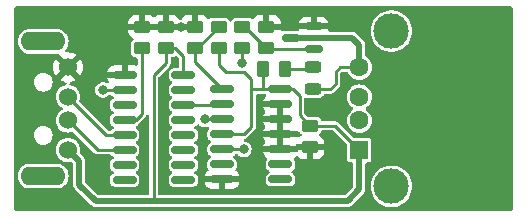
<source format=gbr>
%TF.GenerationSoftware,KiCad,Pcbnew,7.0.2*%
%TF.CreationDate,2023-05-26T00:25:00+02:00*%
%TF.ProjectId,usb-power-stick,7573622d-706f-4776-9572-2d737469636b,rev?*%
%TF.SameCoordinates,Original*%
%TF.FileFunction,Copper,L1,Top*%
%TF.FilePolarity,Positive*%
%FSLAX46Y46*%
G04 Gerber Fmt 4.6, Leading zero omitted, Abs format (unit mm)*
G04 Created by KiCad (PCBNEW 7.0.2) date 2023-05-26 00:25:00*
%MOMM*%
%LPD*%
G01*
G04 APERTURE LIST*
G04 Aperture macros list*
%AMRoundRect*
0 Rectangle with rounded corners*
0 $1 Rounding radius*
0 $2 $3 $4 $5 $6 $7 $8 $9 X,Y pos of 4 corners*
0 Add a 4 corners polygon primitive as box body*
4,1,4,$2,$3,$4,$5,$6,$7,$8,$9,$2,$3,0*
0 Add four circle primitives for the rounded corners*
1,1,$1+$1,$2,$3*
1,1,$1+$1,$4,$5*
1,1,$1+$1,$6,$7*
1,1,$1+$1,$8,$9*
0 Add four rect primitives between the rounded corners*
20,1,$1+$1,$2,$3,$4,$5,0*
20,1,$1+$1,$4,$5,$6,$7,0*
20,1,$1+$1,$6,$7,$8,$9,0*
20,1,$1+$1,$8,$9,$2,$3,0*%
G04 Aperture macros list end*
%TA.AperFunction,ComponentPad*%
%ADD10R,1.500000X1.600000*%
%TD*%
%TA.AperFunction,ComponentPad*%
%ADD11C,1.600000*%
%TD*%
%TA.AperFunction,ComponentPad*%
%ADD12C,3.000000*%
%TD*%
%TA.AperFunction,SMDPad,CuDef*%
%ADD13RoundRect,0.250000X0.450000X-0.262500X0.450000X0.262500X-0.450000X0.262500X-0.450000X-0.262500X0*%
%TD*%
%TA.AperFunction,SMDPad,CuDef*%
%ADD14RoundRect,0.250000X-0.450000X0.262500X-0.450000X-0.262500X0.450000X-0.262500X0.450000X0.262500X0*%
%TD*%
%TA.AperFunction,SMDPad,CuDef*%
%ADD15RoundRect,0.243750X0.456250X-0.243750X0.456250X0.243750X-0.456250X0.243750X-0.456250X-0.243750X0*%
%TD*%
%TA.AperFunction,ComponentPad*%
%ADD16C,1.524000*%
%TD*%
%TA.AperFunction,ComponentPad*%
%ADD17O,3.800000X1.600000*%
%TD*%
%TA.AperFunction,SMDPad,CuDef*%
%ADD18RoundRect,0.250000X-0.262500X-0.450000X0.262500X-0.450000X0.262500X0.450000X-0.262500X0.450000X0*%
%TD*%
%TA.AperFunction,SMDPad,CuDef*%
%ADD19RoundRect,0.150000X-0.825000X-0.150000X0.825000X-0.150000X0.825000X0.150000X-0.825000X0.150000X0*%
%TD*%
%TA.AperFunction,SMDPad,CuDef*%
%ADD20RoundRect,0.150000X0.587500X0.150000X-0.587500X0.150000X-0.587500X-0.150000X0.587500X-0.150000X0*%
%TD*%
%TA.AperFunction,ViaPad*%
%ADD21C,0.800000*%
%TD*%
%TA.AperFunction,Conductor*%
%ADD22C,0.250000*%
%TD*%
%TA.AperFunction,Conductor*%
%ADD23C,0.500000*%
%TD*%
G04 APERTURE END LIST*
D10*
%TO.P,J2,1,VBUS*%
%TO.N,Net-(C1-Pad1)*%
X153146000Y-115316000D03*
D11*
%TO.P,J2,2,D-*%
%TO.N,unconnected-(J2-Pad2)*%
X153146000Y-112816000D03*
%TO.P,J2,3,D+*%
%TO.N,unconnected-(J2-Pad3)*%
X153146000Y-110816000D03*
%TO.P,J2,4,GND*%
%TO.N,Net-(J2-Pad4)*%
X153146000Y-108316000D03*
D12*
%TO.P,J2,5,Shield*%
%TO.N,unconnected-(J2-Pad5)*%
X155856000Y-118386000D03*
X155856000Y-105246000D03*
%TD*%
D13*
%TO.P,C2,1*%
%TO.N,Net-(C2-Pad1)*%
X134747000Y-106703500D03*
%TO.P,C2,2*%
%TO.N,GND*%
X134747000Y-104878500D03*
%TD*%
D14*
%TO.P,C3,1*%
%TO.N,Net-(C1-Pad1)*%
X148971000Y-113260500D03*
%TO.P,C3,2*%
%TO.N,GND*%
X148971000Y-115085500D03*
%TD*%
D13*
%TO.P,R3,1*%
%TO.N,Net-(Q1-Pad1)*%
X145282500Y-106703500D03*
%TO.P,R3,2*%
%TO.N,GND*%
X145282500Y-104878500D03*
%TD*%
D14*
%TO.P,C4,1*%
%TO.N,GND*%
X139192000Y-104878500D03*
%TO.P,C4,2*%
%TO.N,Net-(U2-Pad1)*%
X139192000Y-106703500D03*
%TD*%
D15*
%TO.P,D1,1,K*%
%TO.N,Net-(J2-Pad4)*%
X149225000Y-110157500D03*
%TO.P,D1,2,A*%
%TO.N,Net-(R4-Pad2)*%
X149225000Y-108282500D03*
%TD*%
D16*
%TO.P,J1,1,VBUS*%
%TO.N,Net-(C1-Pad1)*%
X128475000Y-115316000D03*
%TO.P,J1,2,D-*%
%TO.N,Net-(J1-Pad2)*%
X128475000Y-112816000D03*
%TO.P,J1,3,D+*%
%TO.N,Net-(J1-Pad3)*%
X128475000Y-110816000D03*
%TO.P,J1,4,GND*%
%TO.N,GND*%
X128475000Y-108316000D03*
D17*
%TO.P,J1,5,Shield*%
%TO.N,unconnected-(J1-Pad5)*%
X126375000Y-106116000D03*
X126375000Y-117516000D03*
%TD*%
D13*
%TO.P,R2,1*%
%TO.N,Net-(R2-Pad1)*%
X143250500Y-106703500D03*
%TO.P,R2,2*%
%TO.N,Net-(Q1-Pad1)*%
X143250500Y-104878500D03*
%TD*%
%TO.P,C1,1*%
%TO.N,Net-(C1-Pad1)*%
X136779000Y-106703500D03*
%TO.P,C1,2*%
%TO.N,GND*%
X136779000Y-104878500D03*
%TD*%
D18*
%TO.P,R4,1*%
%TO.N,Net-(C1-Pad1)*%
X145010500Y-108458000D03*
%TO.P,R4,2*%
%TO.N,Net-(R4-Pad2)*%
X146835500Y-108458000D03*
%TD*%
D13*
%TO.P,R1,1*%
%TO.N,Net-(C1-Pad1)*%
X141224000Y-106703500D03*
%TO.P,R1,2*%
%TO.N,Net-(U2-Pad1)*%
X141224000Y-104878500D03*
%TD*%
D19*
%TO.P,U2,1,~{R}*%
%TO.N,Net-(U2-Pad1)*%
X141517000Y-110180000D03*
%TO.P,U2,2,D*%
%TO.N,Net-(U1-Pad14)*%
X141517000Y-111450000D03*
%TO.P,U2,3,C*%
%TO.N,Net-(U1-Pad2)*%
X141517000Y-112720000D03*
%TO.P,U2,4,~{S}*%
%TO.N,Net-(C1-Pad1)*%
X141517000Y-113990000D03*
%TO.P,U2,5,Q*%
%TO.N,Net-(R2-Pad1)*%
X141517000Y-115260000D03*
%TO.P,U2,6,~{Q}*%
%TO.N,unconnected-(U2-Pad6)*%
X141517000Y-116530000D03*
%TO.P,U2,7,GND*%
%TO.N,GND*%
X141517000Y-117800000D03*
%TO.P,U2,8,~{Q}*%
%TO.N,unconnected-(U2-Pad8)*%
X146467000Y-117800000D03*
%TO.P,U2,9,Q*%
%TO.N,unconnected-(U2-Pad9)*%
X146467000Y-116530000D03*
%TO.P,U2,10,~{S}*%
%TO.N,GND*%
X146467000Y-115260000D03*
%TO.P,U2,11,C*%
X146467000Y-113990000D03*
%TO.P,U2,12,D*%
X146467000Y-112720000D03*
%TO.P,U2,13,~{R}*%
X146467000Y-111450000D03*
%TO.P,U2,14,VCC*%
%TO.N,Net-(C1-Pad1)*%
X146467000Y-110180000D03*
%TD*%
%TO.P,U1,1,GND*%
%TO.N,GND*%
X133288000Y-108966000D03*
%TO.P,U1,2,TXD*%
%TO.N,Net-(U1-Pad2)*%
X133288000Y-110236000D03*
%TO.P,U1,3,RXD*%
%TO.N,unconnected-(U1-Pad3)*%
X133288000Y-111506000D03*
%TO.P,U1,4,V3*%
%TO.N,Net-(C2-Pad1)*%
X133288000Y-112776000D03*
%TO.P,U1,5,UD+*%
%TO.N,Net-(J1-Pad3)*%
X133288000Y-114046000D03*
%TO.P,U1,6,UD-*%
%TO.N,Net-(J1-Pad2)*%
X133288000Y-115316000D03*
%TO.P,U1,7,NC*%
%TO.N,unconnected-(U1-Pad7)*%
X133288000Y-116586000D03*
%TO.P,U1,8,NC*%
%TO.N,unconnected-(U1-Pad8)*%
X133288000Y-117856000D03*
%TO.P,U1,9,~{CTS}*%
%TO.N,unconnected-(U1-Pad9)*%
X138238000Y-117856000D03*
%TO.P,U1,10,~{DSR}*%
%TO.N,unconnected-(U1-Pad10)*%
X138238000Y-116586000D03*
%TO.P,U1,11,~{RI}*%
%TO.N,unconnected-(U1-Pad11)*%
X138238000Y-115316000D03*
%TO.P,U1,12,~{DCD}*%
%TO.N,unconnected-(U1-Pad12)*%
X138238000Y-114046000D03*
%TO.P,U1,13,~{DTR}*%
%TO.N,unconnected-(U1-Pad13)*%
X138238000Y-112776000D03*
%TO.P,U1,14,~{RTS}*%
%TO.N,Net-(U1-Pad14)*%
X138238000Y-111506000D03*
%TO.P,U1,15,R232*%
%TO.N,unconnected-(U1-Pad15)*%
X138238000Y-110236000D03*
%TO.P,U1,16,VCC*%
%TO.N,Net-(C1-Pad1)*%
X138238000Y-108966000D03*
%TD*%
D20*
%TO.P,Q1,1,G*%
%TO.N,Net-(Q1-Pad1)*%
X149273500Y-106741000D03*
%TO.P,Q1,2,S*%
%TO.N,GND*%
X149273500Y-104841000D03*
%TO.P,Q1,3,D*%
%TO.N,Net-(J2-Pad4)*%
X147398500Y-105791000D03*
%TD*%
D21*
%TO.N,GND*%
X144500000Y-116530000D03*
X131445000Y-108966000D03*
X132969000Y-104902000D03*
X144500000Y-115260000D03*
X143357000Y-117800000D03*
X138049000Y-104902000D03*
X147066000Y-104775000D03*
X143357000Y-116530000D03*
X150114000Y-116586000D03*
X148971000Y-117856000D03*
X144500000Y-117800000D03*
%TO.N,Net-(U1-Pad2)*%
X131445000Y-110236000D03*
X140055000Y-112720000D03*
%TO.N,Net-(R2-Pad1)*%
X143230000Y-107950000D03*
X143357000Y-115260000D03*
%TD*%
D22*
%TO.N,Net-(C1-Pad1)*%
X145010500Y-110132500D02*
X144963000Y-110180000D01*
D23*
X152146000Y-119634000D02*
X153146000Y-118634000D01*
D22*
X153146000Y-115316000D02*
X151090500Y-113260500D01*
X141517000Y-113990000D02*
X143357000Y-113990000D01*
X143992000Y-109321000D02*
X143383000Y-108712000D01*
X136779000Y-106703500D02*
X136779000Y-107950000D01*
D23*
X153146000Y-118634000D02*
X153146000Y-115316000D01*
D22*
X143383000Y-108712000D02*
X141859000Y-108712000D01*
X147518000Y-110180000D02*
X148082000Y-110744000D01*
X137564500Y-106703500D02*
X138238000Y-107377000D01*
X143992000Y-113355000D02*
X143992000Y-110180000D01*
X148082000Y-110744000D02*
X148082000Y-112371500D01*
X135737000Y-108992000D02*
X135737000Y-119578000D01*
X138238000Y-107377000D02*
X138238000Y-108966000D01*
X136779000Y-106703500D02*
X137564500Y-106703500D01*
D23*
X129413000Y-116254000D02*
X129413000Y-118237000D01*
D22*
X143992000Y-110180000D02*
X144963000Y-110180000D01*
D23*
X130810000Y-119634000D02*
X152146000Y-119634000D01*
D22*
X141859000Y-108712000D02*
X141224000Y-108077000D01*
X136779000Y-107950000D02*
X135737000Y-108992000D01*
D23*
X129413000Y-118237000D02*
X130810000Y-119634000D01*
D22*
X148082000Y-112371500D02*
X148971000Y-113260500D01*
D23*
X128475000Y-115316000D02*
X129413000Y-116254000D01*
D22*
X143357000Y-113990000D02*
X143992000Y-113355000D01*
X146467000Y-110180000D02*
X147518000Y-110180000D01*
X141224000Y-108077000D02*
X141224000Y-106703500D01*
X144963000Y-110180000D02*
X146467000Y-110180000D01*
X143992000Y-110180000D02*
X143992000Y-109321000D01*
X151090500Y-113260500D02*
X148971000Y-113260500D01*
X145010500Y-108458000D02*
X145010500Y-110132500D01*
%TO.N,Net-(C2-Pad1)*%
X134747000Y-106703500D02*
X134747000Y-112268000D01*
X134239000Y-112776000D02*
X133288000Y-112776000D01*
X134747000Y-112268000D02*
X134239000Y-112776000D01*
%TO.N,Net-(J1-Pad2)*%
X133288000Y-115316000D02*
X130975000Y-115316000D01*
X130975000Y-115316000D02*
X128475000Y-112816000D01*
%TO.N,Net-(J1-Pad3)*%
X133288000Y-114046000D02*
X131705000Y-114046000D01*
X131705000Y-114046000D02*
X128475000Y-110816000D01*
D23*
%TO.N,Net-(J2-Pad4)*%
X152527000Y-105791000D02*
X147398500Y-105791000D01*
D22*
X151526000Y-108316000D02*
X153146000Y-108316000D01*
X151130000Y-108712000D02*
X151526000Y-108316000D01*
X151130000Y-109728000D02*
X151130000Y-108712000D01*
X150700500Y-110157500D02*
X151130000Y-109728000D01*
D23*
X153146000Y-108316000D02*
X153146000Y-106410000D01*
X153146000Y-106410000D02*
X152527000Y-105791000D01*
D22*
X149225000Y-110157500D02*
X150700500Y-110157500D01*
%TO.N,Net-(Q1-Pad1)*%
X143457500Y-104878500D02*
X145282500Y-106703500D01*
X149273500Y-106741000D02*
X145320000Y-106741000D01*
%TO.N,Net-(U2-Pad1)*%
X139399000Y-106703500D02*
X141224000Y-104878500D01*
X141517000Y-110180000D02*
X139192000Y-107855000D01*
X139192000Y-107855000D02*
X139192000Y-106703500D01*
%TO.N,Net-(U1-Pad2)*%
X141517000Y-112720000D02*
X140055000Y-112720000D01*
X133288000Y-110236000D02*
X131445000Y-110236000D01*
%TO.N,Net-(U1-Pad14)*%
X138238000Y-111506000D02*
X140692500Y-111506000D01*
%TO.N,Net-(R2-Pad1)*%
X143230000Y-107950000D02*
X143230000Y-106724000D01*
X143357000Y-115260000D02*
X141517000Y-115260000D01*
%TO.N,Net-(R4-Pad2)*%
X146835500Y-108458000D02*
X149049500Y-108458000D01*
%TD*%
%TA.AperFunction,Conductor*%
%TO.N,GND*%
G36*
X137672955Y-107355866D02*
G01*
X137701665Y-107377359D01*
X137821595Y-107497289D01*
X137855621Y-107559601D01*
X137858500Y-107586384D01*
X137858500Y-108285500D01*
X137838498Y-108353621D01*
X137784842Y-108400114D01*
X137732500Y-108411500D01*
X137381166Y-108411500D01*
X137333805Y-108419000D01*
X137286444Y-108426502D01*
X137172274Y-108484675D01*
X137081675Y-108575274D01*
X137023502Y-108689444D01*
X137020416Y-108708930D01*
X137008500Y-108784166D01*
X137008500Y-109147834D01*
X137019372Y-109216478D01*
X137023502Y-109242555D01*
X137081675Y-109356725D01*
X137172274Y-109447324D01*
X137172276Y-109447325D01*
X137172277Y-109447326D01*
X137238952Y-109481299D01*
X137253542Y-109488733D01*
X137305157Y-109537482D01*
X137322223Y-109606397D01*
X137299322Y-109673598D01*
X137253542Y-109713267D01*
X137172274Y-109754675D01*
X137081675Y-109845274D01*
X137023502Y-109959444D01*
X137022349Y-109966722D01*
X137008500Y-110054166D01*
X137008500Y-110417834D01*
X137008893Y-110420313D01*
X137023502Y-110512555D01*
X137081675Y-110626725D01*
X137172274Y-110717324D01*
X137172276Y-110717325D01*
X137172277Y-110717326D01*
X137205983Y-110734500D01*
X137253542Y-110758733D01*
X137305157Y-110807482D01*
X137322223Y-110876397D01*
X137299322Y-110943598D01*
X137253542Y-110983267D01*
X137172274Y-111024675D01*
X137081675Y-111115274D01*
X137023502Y-111229444D01*
X137023501Y-111229445D01*
X137023502Y-111229445D01*
X137008500Y-111324166D01*
X137008500Y-111687834D01*
X137011200Y-111704879D01*
X137023502Y-111782555D01*
X137081675Y-111896725D01*
X137172274Y-111987324D01*
X137172276Y-111987325D01*
X137172277Y-111987326D01*
X137205983Y-112004500D01*
X137253542Y-112028733D01*
X137305157Y-112077482D01*
X137322223Y-112146397D01*
X137299322Y-112213598D01*
X137253542Y-112253267D01*
X137172274Y-112294675D01*
X137081675Y-112385274D01*
X137023502Y-112499444D01*
X137021179Y-112514114D01*
X137008500Y-112594166D01*
X137008500Y-112957834D01*
X137011297Y-112975494D01*
X137023502Y-113052555D01*
X137081675Y-113166725D01*
X137172274Y-113257324D01*
X137172276Y-113257325D01*
X137172277Y-113257326D01*
X137221491Y-113282402D01*
X137253542Y-113298733D01*
X137305157Y-113347482D01*
X137322223Y-113416397D01*
X137299322Y-113483598D01*
X137253542Y-113523267D01*
X137172274Y-113564675D01*
X137081675Y-113655274D01*
X137023502Y-113769444D01*
X137023501Y-113769445D01*
X137023502Y-113769445D01*
X137008500Y-113864166D01*
X137008500Y-114227834D01*
X137019526Y-114297453D01*
X137023502Y-114322555D01*
X137081675Y-114436725D01*
X137172274Y-114527324D01*
X137172276Y-114527325D01*
X137172277Y-114527326D01*
X137205983Y-114544500D01*
X137253542Y-114568733D01*
X137305157Y-114617482D01*
X137322223Y-114686397D01*
X137299322Y-114753598D01*
X137253542Y-114793267D01*
X137172274Y-114834675D01*
X137081675Y-114925274D01*
X137023502Y-115039444D01*
X137023501Y-115039445D01*
X137023502Y-115039445D01*
X137008500Y-115134166D01*
X137008500Y-115497834D01*
X137013218Y-115527620D01*
X137023502Y-115592555D01*
X137081675Y-115706725D01*
X137172274Y-115797324D01*
X137172276Y-115797325D01*
X137172277Y-115797326D01*
X137205983Y-115814500D01*
X137253542Y-115838733D01*
X137305157Y-115887482D01*
X137322223Y-115956397D01*
X137299322Y-116023598D01*
X137253542Y-116063267D01*
X137172274Y-116104675D01*
X137081675Y-116195274D01*
X137023502Y-116309444D01*
X137008500Y-116404167D01*
X137008500Y-116767832D01*
X137023502Y-116862555D01*
X137081675Y-116976725D01*
X137172274Y-117067324D01*
X137172276Y-117067325D01*
X137172277Y-117067326D01*
X137205983Y-117084500D01*
X137253542Y-117108733D01*
X137305157Y-117157482D01*
X137322223Y-117226397D01*
X137299322Y-117293598D01*
X137253542Y-117333267D01*
X137172274Y-117374675D01*
X137081675Y-117465274D01*
X137023502Y-117579444D01*
X137023501Y-117579445D01*
X137023502Y-117579445D01*
X137008500Y-117674166D01*
X137008500Y-118037834D01*
X137019088Y-118104683D01*
X137023502Y-118132555D01*
X137081675Y-118246725D01*
X137172274Y-118337324D01*
X137172276Y-118337325D01*
X137172277Y-118337326D01*
X137286445Y-118395498D01*
X137381166Y-118410500D01*
X137381167Y-118410500D01*
X139094833Y-118410500D01*
X139094834Y-118410500D01*
X139189555Y-118395498D01*
X139303723Y-118337326D01*
X139394326Y-118246723D01*
X139452498Y-118132555D01*
X139464940Y-118054000D01*
X140037007Y-118054000D01*
X140083318Y-118213399D01*
X140167947Y-118356501D01*
X140285498Y-118474052D01*
X140428600Y-118558681D01*
X140588247Y-118605064D01*
X140623084Y-118607806D01*
X140628013Y-118607999D01*
X141263000Y-118607999D01*
X141263000Y-118054000D01*
X141771000Y-118054000D01*
X141771000Y-118607999D01*
X142405983Y-118607999D01*
X142410917Y-118607805D01*
X142445752Y-118605064D01*
X142605398Y-118558682D01*
X142748501Y-118474052D01*
X142866052Y-118356501D01*
X142950681Y-118213399D01*
X142996993Y-118054000D01*
X141771000Y-118054000D01*
X141263000Y-118054000D01*
X140037007Y-118054000D01*
X139464940Y-118054000D01*
X139467500Y-118037834D01*
X139467500Y-117674166D01*
X139452498Y-117579445D01*
X139394326Y-117465277D01*
X139394325Y-117465276D01*
X139394324Y-117465274D01*
X139303725Y-117374675D01*
X139300422Y-117372992D01*
X139222455Y-117333266D01*
X139170842Y-117284519D01*
X139153776Y-117215604D01*
X139176677Y-117148402D01*
X139222455Y-117108734D01*
X139303723Y-117067326D01*
X139394326Y-116976723D01*
X139452498Y-116862555D01*
X139467500Y-116767834D01*
X139467500Y-116404166D01*
X139452498Y-116309445D01*
X139394326Y-116195277D01*
X139394325Y-116195276D01*
X139394324Y-116195274D01*
X139303725Y-116104675D01*
X139276502Y-116090804D01*
X139222455Y-116063266D01*
X139170842Y-116014519D01*
X139153776Y-115945604D01*
X139176677Y-115878402D01*
X139222455Y-115838734D01*
X139303723Y-115797326D01*
X139394326Y-115706723D01*
X139452498Y-115592555D01*
X139467500Y-115497834D01*
X139467500Y-115134166D01*
X139452498Y-115039445D01*
X139394326Y-114925277D01*
X139394325Y-114925276D01*
X139394324Y-114925274D01*
X139303725Y-114834675D01*
X139297494Y-114831500D01*
X139222455Y-114793266D01*
X139170842Y-114744519D01*
X139153776Y-114675604D01*
X139176677Y-114608402D01*
X139222455Y-114568734D01*
X139303723Y-114527326D01*
X139394326Y-114436723D01*
X139452498Y-114322555D01*
X139467500Y-114227834D01*
X139467500Y-113864166D01*
X139452498Y-113769445D01*
X139394326Y-113655277D01*
X139394325Y-113655276D01*
X139394324Y-113655274D01*
X139303725Y-113564675D01*
X139300422Y-113562992D01*
X139222455Y-113523266D01*
X139170842Y-113474519D01*
X139153776Y-113405604D01*
X139176677Y-113338402D01*
X139222455Y-113298734D01*
X139303723Y-113257326D01*
X139394039Y-113167009D01*
X139456349Y-113132986D01*
X139527165Y-113138050D01*
X139566685Y-113161792D01*
X139680471Y-113262599D01*
X139821207Y-113336463D01*
X139975529Y-113374500D01*
X139975531Y-113374500D01*
X140134472Y-113374500D01*
X140166120Y-113366699D01*
X140288793Y-113336463D01*
X140288796Y-113336461D01*
X140294116Y-113335150D01*
X140365044Y-113338268D01*
X140423027Y-113379237D01*
X140449656Y-113445051D01*
X140436475Y-113514813D01*
X140413367Y-113546583D01*
X140360674Y-113599276D01*
X140302502Y-113713444D01*
X140301152Y-113721967D01*
X140287500Y-113808166D01*
X140287500Y-114171834D01*
X140299129Y-114245257D01*
X140302502Y-114266555D01*
X140360675Y-114380725D01*
X140451274Y-114471324D01*
X140451276Y-114471325D01*
X140451277Y-114471326D01*
X140489754Y-114490931D01*
X140532542Y-114512733D01*
X140584157Y-114561482D01*
X140601223Y-114630397D01*
X140578322Y-114697598D01*
X140532542Y-114737267D01*
X140451274Y-114778675D01*
X140360675Y-114869274D01*
X140302502Y-114983444D01*
X140302501Y-114983445D01*
X140302502Y-114983445D01*
X140287500Y-115078166D01*
X140287500Y-115441834D01*
X140298930Y-115514000D01*
X140302502Y-115536555D01*
X140360675Y-115650725D01*
X140451274Y-115741324D01*
X140451276Y-115741325D01*
X140451277Y-115741326D01*
X140523430Y-115778090D01*
X140532542Y-115782733D01*
X140584157Y-115831482D01*
X140601223Y-115900397D01*
X140578322Y-115967598D01*
X140532542Y-116007267D01*
X140451274Y-116048675D01*
X140360675Y-116139274D01*
X140302502Y-116253444D01*
X140296656Y-116290358D01*
X140292223Y-116318349D01*
X140287500Y-116348167D01*
X140287500Y-116711832D01*
X140302502Y-116806555D01*
X140369734Y-116938504D01*
X140365326Y-116940749D01*
X140380859Y-116969195D01*
X140375794Y-117040010D01*
X140333247Y-117096846D01*
X140321879Y-117104430D01*
X140285501Y-117125944D01*
X140167947Y-117243498D01*
X140083318Y-117386600D01*
X140037007Y-117546000D01*
X142996992Y-117546000D01*
X142950681Y-117386600D01*
X142866052Y-117243498D01*
X142748499Y-117125945D01*
X142712121Y-117104431D01*
X142663669Y-117052538D01*
X142650964Y-116982687D01*
X142668336Y-116940577D01*
X142664266Y-116938504D01*
X142703095Y-116862298D01*
X142731498Y-116806555D01*
X142746500Y-116711834D01*
X142746500Y-116348166D01*
X142731498Y-116253445D01*
X142673326Y-116139277D01*
X142673325Y-116139276D01*
X142673324Y-116139274D01*
X142582725Y-116048675D01*
X142549017Y-116031500D01*
X142501455Y-116007266D01*
X142449842Y-115958519D01*
X142432776Y-115889604D01*
X142455677Y-115822402D01*
X142501455Y-115782734D01*
X142582723Y-115741326D01*
X142608547Y-115715502D01*
X142647645Y-115676405D01*
X142709957Y-115642379D01*
X142736740Y-115639500D01*
X142757544Y-115639500D01*
X142825665Y-115659502D01*
X142861238Y-115693921D01*
X142863502Y-115697201D01*
X142982471Y-115802599D01*
X143123207Y-115876463D01*
X143277529Y-115914500D01*
X143277531Y-115914500D01*
X143436469Y-115914500D01*
X143436471Y-115914500D01*
X143590793Y-115876463D01*
X143731529Y-115802599D01*
X143850498Y-115697201D01*
X143940787Y-115566395D01*
X143960658Y-115514000D01*
X144987007Y-115514000D01*
X145033318Y-115673399D01*
X145117947Y-115816501D01*
X145235501Y-115934055D01*
X145271877Y-115955568D01*
X145320330Y-116007461D01*
X145333035Y-116077311D01*
X145315662Y-116119421D01*
X145319734Y-116121496D01*
X145252502Y-116253444D01*
X145246656Y-116290358D01*
X145242223Y-116318349D01*
X145237500Y-116348167D01*
X145237500Y-116711832D01*
X145252502Y-116806555D01*
X145310675Y-116920725D01*
X145401274Y-117011324D01*
X145401276Y-117011325D01*
X145401277Y-117011326D01*
X145457572Y-117040010D01*
X145482542Y-117052733D01*
X145534157Y-117101482D01*
X145551223Y-117170397D01*
X145528322Y-117237598D01*
X145482542Y-117277267D01*
X145401274Y-117318675D01*
X145310675Y-117409274D01*
X145252502Y-117523444D01*
X145252501Y-117523445D01*
X145252502Y-117523445D01*
X145237500Y-117618166D01*
X145237500Y-117981834D01*
X145246369Y-118037832D01*
X145252502Y-118076555D01*
X145310675Y-118190725D01*
X145401274Y-118281324D01*
X145401276Y-118281325D01*
X145401277Y-118281326D01*
X145515445Y-118339498D01*
X145610166Y-118354500D01*
X145610167Y-118354500D01*
X147323833Y-118354500D01*
X147323834Y-118354500D01*
X147418555Y-118339498D01*
X147532723Y-118281326D01*
X147623326Y-118190723D01*
X147681498Y-118076555D01*
X147696500Y-117981834D01*
X147696500Y-117618166D01*
X147681498Y-117523445D01*
X147623326Y-117409277D01*
X147623325Y-117409276D01*
X147623324Y-117409274D01*
X147532725Y-117318675D01*
X147499017Y-117301500D01*
X147451455Y-117277266D01*
X147399842Y-117228519D01*
X147382776Y-117159604D01*
X147405677Y-117092402D01*
X147451455Y-117052734D01*
X147532723Y-117011326D01*
X147623326Y-116920723D01*
X147681498Y-116806555D01*
X147696500Y-116711834D01*
X147696500Y-116348166D01*
X147681498Y-116253445D01*
X147623326Y-116139277D01*
X147623325Y-116139276D01*
X147614266Y-116121496D01*
X147618673Y-116119250D01*
X147603140Y-116090804D01*
X147608205Y-116019989D01*
X147650752Y-115963153D01*
X147662123Y-115955567D01*
X147698497Y-115934055D01*
X147777693Y-115854859D01*
X147840005Y-115820834D01*
X147910821Y-115825898D01*
X147955884Y-115854859D01*
X148047657Y-115946632D01*
X148198477Y-116039659D01*
X148366672Y-116095393D01*
X148467307Y-116105674D01*
X148473697Y-116106000D01*
X148717000Y-116106000D01*
X148717000Y-115339500D01*
X149225000Y-115339500D01*
X149225000Y-116106000D01*
X149468303Y-116106000D01*
X149474692Y-116105674D01*
X149575327Y-116095393D01*
X149743522Y-116039659D01*
X149894342Y-115946632D01*
X150019632Y-115821342D01*
X150112659Y-115670522D01*
X150168393Y-115502327D01*
X150178674Y-115401692D01*
X150179000Y-115395302D01*
X150179000Y-115339500D01*
X149225000Y-115339500D01*
X148717000Y-115339500D01*
X147990000Y-115339500D01*
X147990000Y-115388000D01*
X147969998Y-115456121D01*
X147916342Y-115502614D01*
X147864000Y-115514000D01*
X144987007Y-115514000D01*
X143960658Y-115514000D01*
X143997149Y-115417782D01*
X144016307Y-115260000D01*
X143997149Y-115102218D01*
X143940787Y-114953605D01*
X143850498Y-114822799D01*
X143731529Y-114717401D01*
X143590793Y-114643537D01*
X143443433Y-114607216D01*
X143382081Y-114571493D01*
X143349779Y-114508270D01*
X143356787Y-114437620D01*
X143400878Y-114381974D01*
X143458000Y-114359846D01*
X143466783Y-114358752D01*
X143466787Y-114358749D01*
X143474782Y-114357753D01*
X143474842Y-114357734D01*
X143481926Y-114353900D01*
X143481927Y-114353900D01*
X143528411Y-114328742D01*
X143533043Y-114326359D01*
X143573498Y-114306582D01*
X143580568Y-114303126D01*
X143580568Y-114303125D01*
X143587807Y-114299587D01*
X143587854Y-114299552D01*
X143599855Y-114286516D01*
X143629130Y-114254713D01*
X143632713Y-114250979D01*
X143639692Y-114244000D01*
X144987007Y-114244000D01*
X145033318Y-114403399D01*
X145126048Y-114560199D01*
X145121942Y-114562627D01*
X145141376Y-114598216D01*
X145136311Y-114669031D01*
X145123827Y-114688487D01*
X145126048Y-114689801D01*
X145033318Y-114846600D01*
X144987007Y-115006000D01*
X146213000Y-115006000D01*
X146213000Y-114244000D01*
X144987007Y-114244000D01*
X143639692Y-114244000D01*
X144223276Y-113660416D01*
X144243457Y-113644029D01*
X144249133Y-113640321D01*
X144252582Y-113638068D01*
X144272202Y-113612858D01*
X144282553Y-113601141D01*
X144282553Y-113601140D01*
X144282581Y-113601113D01*
X144294811Y-113583982D01*
X144297871Y-113579879D01*
X144330375Y-113538119D01*
X144330376Y-113538114D01*
X144335327Y-113531754D01*
X144335351Y-113531709D01*
X144337651Y-113523981D01*
X144337653Y-113523979D01*
X144352750Y-113473265D01*
X144354305Y-113468409D01*
X144371500Y-113418327D01*
X144371500Y-113418324D01*
X144374113Y-113410714D01*
X144374124Y-113410633D01*
X144373791Y-113402591D01*
X144373792Y-113402590D01*
X144371608Y-113349775D01*
X144371500Y-113344569D01*
X144371500Y-112974000D01*
X144987007Y-112974000D01*
X145033318Y-113133399D01*
X145126048Y-113290199D01*
X145121942Y-113292626D01*
X145141377Y-113328217D01*
X145136312Y-113399032D01*
X145123813Y-113418479D01*
X145126048Y-113419801D01*
X145033318Y-113576600D01*
X144987007Y-113736000D01*
X146213000Y-113736000D01*
X146213000Y-112974000D01*
X144987007Y-112974000D01*
X144371500Y-112974000D01*
X144371500Y-111704000D01*
X144987007Y-111704000D01*
X145033318Y-111863399D01*
X145126048Y-112020199D01*
X145121942Y-112022626D01*
X145141377Y-112058217D01*
X145136312Y-112129032D01*
X145123813Y-112148479D01*
X145126048Y-112149801D01*
X145033318Y-112306600D01*
X144987007Y-112466000D01*
X146213000Y-112466000D01*
X146213000Y-111704000D01*
X144987007Y-111704000D01*
X144371500Y-111704000D01*
X144371500Y-110685500D01*
X144391502Y-110617379D01*
X144445158Y-110570886D01*
X144497500Y-110559500D01*
X144899673Y-110559500D01*
X144910574Y-110559500D01*
X144936431Y-110562181D01*
X144947100Y-110564419D01*
X144978796Y-110560468D01*
X144994382Y-110559500D01*
X145147756Y-110559500D01*
X145215877Y-110579502D01*
X145262370Y-110633158D01*
X145272474Y-110703432D01*
X145242980Y-110768012D01*
X145236851Y-110774595D01*
X145117947Y-110893498D01*
X145033318Y-111036600D01*
X144987007Y-111196000D01*
X146595000Y-111196000D01*
X146663121Y-111216002D01*
X146709614Y-111269658D01*
X146721000Y-111322000D01*
X146721000Y-113736000D01*
X147987180Y-113736000D01*
X148055301Y-113756002D01*
X148088049Y-113786492D01*
X148160595Y-113883404D01*
X148211106Y-113921215D01*
X148253653Y-113978051D01*
X148258719Y-114048866D01*
X148224694Y-114111179D01*
X148201745Y-114129325D01*
X148046241Y-114225241D01*
X147980094Y-114244000D01*
X146721000Y-114244000D01*
X146721000Y-115006000D01*
X147723000Y-115006000D01*
X147723000Y-114957500D01*
X147743002Y-114889379D01*
X147796658Y-114842886D01*
X147849000Y-114831500D01*
X150179000Y-114831500D01*
X150179000Y-114775697D01*
X150178674Y-114769307D01*
X150168393Y-114668672D01*
X150112659Y-114500477D01*
X150019632Y-114349657D01*
X149894342Y-114224367D01*
X149740254Y-114129325D01*
X149692776Y-114076539D01*
X149681373Y-114006464D01*
X149709665Y-113941349D01*
X149730894Y-113921215D01*
X149781403Y-113883405D01*
X149795805Y-113864166D01*
X149868342Y-113767267D01*
X149873268Y-113754061D01*
X149885239Y-113721967D01*
X149927786Y-113665131D01*
X149994306Y-113640321D01*
X150003294Y-113640000D01*
X150881116Y-113640000D01*
X150949237Y-113660002D01*
X150970211Y-113676905D01*
X152104595Y-114811289D01*
X152138621Y-114873601D01*
X152141500Y-114900384D01*
X152141500Y-116141068D01*
X152156265Y-116215300D01*
X152212515Y-116299484D01*
X152245888Y-116321783D01*
X152296699Y-116355734D01*
X152370933Y-116370500D01*
X152515500Y-116370499D01*
X152583620Y-116390501D01*
X152630113Y-116444156D01*
X152641500Y-116496499D01*
X152641500Y-118372837D01*
X152621498Y-118440958D01*
X152604596Y-118461932D01*
X151973934Y-119092595D01*
X151911621Y-119126620D01*
X151884838Y-119129500D01*
X136242500Y-119129500D01*
X136174379Y-119109498D01*
X136127886Y-119055842D01*
X136116500Y-119003500D01*
X136116500Y-109201382D01*
X136136502Y-109133261D01*
X136153400Y-109112292D01*
X137010276Y-108255416D01*
X137030457Y-108239029D01*
X137039582Y-108233068D01*
X137059202Y-108207858D01*
X137069553Y-108196141D01*
X137069553Y-108196140D01*
X137069581Y-108196113D01*
X137081811Y-108178982D01*
X137084871Y-108174879D01*
X137117375Y-108133119D01*
X137117376Y-108133114D01*
X137122327Y-108126754D01*
X137122351Y-108126709D01*
X137124651Y-108118981D01*
X137124653Y-108118979D01*
X137139750Y-108068265D01*
X137141305Y-108063409D01*
X137158500Y-108013327D01*
X137158500Y-108013324D01*
X137161113Y-108005714D01*
X137161124Y-108005633D01*
X137160791Y-107997591D01*
X137160792Y-107997590D01*
X137158608Y-107944775D01*
X137158500Y-107939569D01*
X137158500Y-107596110D01*
X137178502Y-107527989D01*
X137232158Y-107481496D01*
X137276913Y-107470499D01*
X137277254Y-107470499D01*
X137337342Y-107464040D01*
X137473267Y-107413342D01*
X137537063Y-107365585D01*
X137603581Y-107340775D01*
X137672955Y-107355866D01*
G37*
%TD.AperFunction*%
%TA.AperFunction,Conductor*%
G36*
X165997563Y-103146502D02*
G01*
X166009373Y-103155099D01*
X166077515Y-103211021D01*
X166094978Y-103228484D01*
X166150899Y-103296624D01*
X166178653Y-103361970D01*
X166179500Y-103376557D01*
X166179500Y-120255441D01*
X166159498Y-120323562D01*
X166150899Y-120335375D01*
X166094978Y-120403515D01*
X166077513Y-120420980D01*
X166009376Y-120476899D01*
X165944029Y-120504653D01*
X165929442Y-120505500D01*
X124158558Y-120505500D01*
X124090437Y-120485498D01*
X124078625Y-120476900D01*
X124078624Y-120476899D01*
X124010484Y-120420978D01*
X123993020Y-120403514D01*
X123937100Y-120335374D01*
X123909347Y-120270026D01*
X123908500Y-120255441D01*
X123908500Y-117516000D01*
X124215397Y-117516000D01*
X124235757Y-117722713D01*
X124235757Y-117722715D01*
X124235758Y-117722718D01*
X124296055Y-117921492D01*
X124296056Y-117921494D01*
X124393972Y-118104682D01*
X124525747Y-118265252D01*
X124684453Y-118395497D01*
X124686317Y-118397027D01*
X124869508Y-118494945D01*
X125068282Y-118555242D01*
X125223199Y-118570500D01*
X125226291Y-118570500D01*
X127523709Y-118570500D01*
X127526801Y-118570500D01*
X127681718Y-118555242D01*
X127880492Y-118494945D01*
X128063683Y-118397027D01*
X128224252Y-118265252D01*
X128356027Y-118104683D01*
X128453945Y-117921492D01*
X128514242Y-117722718D01*
X128534602Y-117516000D01*
X128514242Y-117309282D01*
X128453945Y-117110508D01*
X128356027Y-116927317D01*
X128350617Y-116920725D01*
X128224252Y-116766747D01*
X128063682Y-116634972D01*
X127880494Y-116537056D01*
X127880493Y-116537055D01*
X127880492Y-116537055D01*
X127681718Y-116476758D01*
X127681715Y-116476757D01*
X127681713Y-116476757D01*
X127529881Y-116461803D01*
X127529873Y-116461802D01*
X127526801Y-116461500D01*
X125223199Y-116461500D01*
X125220127Y-116461802D01*
X125220118Y-116461803D01*
X125068286Y-116476757D01*
X125068283Y-116476757D01*
X125068282Y-116476758D01*
X124869508Y-116537055D01*
X124869505Y-116537056D01*
X124686317Y-116634972D01*
X124525747Y-116766747D01*
X124393972Y-116927317D01*
X124296056Y-117110505D01*
X124235757Y-117309286D01*
X124215397Y-117516000D01*
X123908500Y-117516000D01*
X123908500Y-114066000D01*
X125569435Y-114066000D01*
X125589632Y-114245257D01*
X125649210Y-114415521D01*
X125745184Y-114568263D01*
X125872736Y-114695815D01*
X126025478Y-114791789D01*
X126138965Y-114831500D01*
X126195745Y-114851368D01*
X126330046Y-114866500D01*
X126333582Y-114866500D01*
X126416418Y-114866500D01*
X126419954Y-114866500D01*
X126554255Y-114851368D01*
X126724522Y-114791789D01*
X126877262Y-114695816D01*
X127004816Y-114568262D01*
X127100789Y-114415522D01*
X127160368Y-114245255D01*
X127180565Y-114066000D01*
X127160368Y-113886745D01*
X127100789Y-113716478D01*
X127051521Y-113638068D01*
X127004815Y-113563736D01*
X126877263Y-113436184D01*
X126724521Y-113340210D01*
X126554257Y-113280632D01*
X126423463Y-113265895D01*
X126423456Y-113265894D01*
X126419954Y-113265500D01*
X126330046Y-113265500D01*
X126326544Y-113265894D01*
X126326536Y-113265895D01*
X126195742Y-113280632D01*
X126025478Y-113340210D01*
X125872736Y-113436184D01*
X125745184Y-113563736D01*
X125649210Y-113716478D01*
X125589632Y-113886742D01*
X125569435Y-114066000D01*
X123908500Y-114066000D01*
X123908500Y-109566000D01*
X125569435Y-109566000D01*
X125589632Y-109745257D01*
X125649210Y-109915521D01*
X125745184Y-110068263D01*
X125872736Y-110195815D01*
X125956633Y-110248531D01*
X126025478Y-110291789D01*
X126195745Y-110351368D01*
X126330046Y-110366500D01*
X126333582Y-110366500D01*
X126416418Y-110366500D01*
X126419954Y-110366500D01*
X126554255Y-110351368D01*
X126724522Y-110291789D01*
X126877262Y-110195816D01*
X127004816Y-110068262D01*
X127100789Y-109915522D01*
X127160368Y-109745255D01*
X127180565Y-109566000D01*
X127160368Y-109386745D01*
X127142926Y-109336900D01*
X127100789Y-109216478D01*
X127004815Y-109063736D01*
X126877263Y-108936184D01*
X126724521Y-108840210D01*
X126554257Y-108780632D01*
X126423463Y-108765895D01*
X126423456Y-108765894D01*
X126419954Y-108765500D01*
X126330046Y-108765500D01*
X126326544Y-108765894D01*
X126326536Y-108765895D01*
X126195742Y-108780632D01*
X126025478Y-108840210D01*
X125872736Y-108936184D01*
X125745184Y-109063736D01*
X125649210Y-109216478D01*
X125589632Y-109386742D01*
X125569435Y-109566000D01*
X123908500Y-109566000D01*
X123908500Y-106116000D01*
X124215397Y-106116000D01*
X124235757Y-106322713D01*
X124235757Y-106322715D01*
X124235758Y-106322718D01*
X124296055Y-106521492D01*
X124296056Y-106521494D01*
X124393972Y-106704682D01*
X124525747Y-106865252D01*
X124642793Y-106961308D01*
X124686317Y-106997027D01*
X124869508Y-107094945D01*
X125068282Y-107155242D01*
X125223199Y-107170500D01*
X125226291Y-107170500D01*
X127523709Y-107170500D01*
X127526801Y-107170500D01*
X127620708Y-107161250D01*
X127633004Y-107160040D01*
X127702757Y-107173269D01*
X127754285Y-107222109D01*
X127758836Y-107240627D01*
X128382895Y-107864686D01*
X128337881Y-107871471D01*
X128212946Y-107931637D01*
X128111295Y-108025955D01*
X128041961Y-108146045D01*
X128024098Y-108224307D01*
X127415185Y-107615394D01*
X127370948Y-107678572D01*
X127277031Y-107879975D01*
X127219517Y-108094623D01*
X127200149Y-108316000D01*
X127219517Y-108537376D01*
X127277031Y-108752024D01*
X127370947Y-108953426D01*
X127415184Y-109016603D01*
X127415185Y-109016603D01*
X128020826Y-108410961D01*
X128021467Y-108419516D01*
X128072128Y-108548598D01*
X128158586Y-108657013D01*
X128273159Y-108735127D01*
X128381625Y-108768584D01*
X127774395Y-109375813D01*
X127774395Y-109375814D01*
X127837573Y-109420052D01*
X128038975Y-109513968D01*
X128264033Y-109574272D01*
X128324656Y-109611224D01*
X128355677Y-109675084D01*
X128347249Y-109745579D01*
X128302046Y-109800326D01*
X128267998Y-109816553D01*
X128084121Y-109872331D01*
X127907532Y-109966721D01*
X127752747Y-110093747D01*
X127625721Y-110248532D01*
X127531332Y-110425121D01*
X127473207Y-110616730D01*
X127453581Y-110816000D01*
X127473207Y-111015269D01*
X127531332Y-111206878D01*
X127531333Y-111206880D01*
X127625722Y-111383469D01*
X127643131Y-111404682D01*
X127752747Y-111538252D01*
X127839632Y-111609555D01*
X127907531Y-111665278D01*
X127981616Y-111704877D01*
X128032265Y-111754629D01*
X128047975Y-111823865D01*
X128023759Y-111890604D01*
X127981619Y-111927120D01*
X127907532Y-111966721D01*
X127752747Y-112093747D01*
X127625721Y-112248532D01*
X127531332Y-112425121D01*
X127473207Y-112616730D01*
X127453581Y-112815999D01*
X127473207Y-113015269D01*
X127529648Y-113201326D01*
X127531333Y-113206880D01*
X127625722Y-113383469D01*
X127652745Y-113416397D01*
X127752747Y-113538252D01*
X127805941Y-113581906D01*
X127907531Y-113665278D01*
X128084120Y-113759667D01*
X128116354Y-113769445D01*
X128275730Y-113817792D01*
X128474999Y-113837418D01*
X128474999Y-113837417D01*
X128475000Y-113837418D01*
X128674269Y-113817792D01*
X128805958Y-113777843D01*
X128876951Y-113777210D01*
X128931629Y-113809323D01*
X130669581Y-115547275D01*
X130685966Y-115567450D01*
X130691932Y-115576582D01*
X130717141Y-115596203D01*
X130728842Y-115606537D01*
X130728881Y-115606576D01*
X130728884Y-115606578D01*
X130728887Y-115606581D01*
X130745999Y-115618799D01*
X130750142Y-115621889D01*
X130798234Y-115659320D01*
X130798296Y-115659352D01*
X130806017Y-115661650D01*
X130806021Y-115661653D01*
X130856743Y-115676752D01*
X130861607Y-115678311D01*
X130911673Y-115695500D01*
X130911675Y-115695500D01*
X130919280Y-115698111D01*
X130919369Y-115698124D01*
X130927408Y-115697791D01*
X130927410Y-115697792D01*
X130980213Y-115695608D01*
X130985421Y-115695500D01*
X132068260Y-115695500D01*
X132136381Y-115715502D01*
X132157355Y-115732405D01*
X132222274Y-115797324D01*
X132222276Y-115797325D01*
X132222277Y-115797326D01*
X132255983Y-115814500D01*
X132303542Y-115838733D01*
X132355157Y-115887482D01*
X132372223Y-115956397D01*
X132349322Y-116023598D01*
X132303542Y-116063267D01*
X132222274Y-116104675D01*
X132131675Y-116195274D01*
X132073502Y-116309444D01*
X132058500Y-116404167D01*
X132058500Y-116767832D01*
X132073502Y-116862555D01*
X132131675Y-116976725D01*
X132222274Y-117067324D01*
X132222276Y-117067325D01*
X132222277Y-117067326D01*
X132255983Y-117084500D01*
X132303542Y-117108733D01*
X132355157Y-117157482D01*
X132372223Y-117226397D01*
X132349322Y-117293598D01*
X132303542Y-117333267D01*
X132222274Y-117374675D01*
X132131675Y-117465274D01*
X132073502Y-117579444D01*
X132073501Y-117579445D01*
X132073502Y-117579445D01*
X132058500Y-117674166D01*
X132058500Y-118037834D01*
X132069088Y-118104683D01*
X132073502Y-118132555D01*
X132131675Y-118246725D01*
X132222274Y-118337324D01*
X132222276Y-118337325D01*
X132222277Y-118337326D01*
X132336445Y-118395498D01*
X132431166Y-118410500D01*
X132431167Y-118410500D01*
X134144833Y-118410500D01*
X134144834Y-118410500D01*
X134239555Y-118395498D01*
X134353723Y-118337326D01*
X134444326Y-118246723D01*
X134502498Y-118132555D01*
X134517500Y-118037834D01*
X134517500Y-117674166D01*
X134502498Y-117579445D01*
X134444326Y-117465277D01*
X134444325Y-117465276D01*
X134444324Y-117465274D01*
X134353725Y-117374675D01*
X134350422Y-117372992D01*
X134272455Y-117333266D01*
X134220842Y-117284519D01*
X134203776Y-117215604D01*
X134226677Y-117148402D01*
X134272455Y-117108734D01*
X134353723Y-117067326D01*
X134444326Y-116976723D01*
X134502498Y-116862555D01*
X134517500Y-116767834D01*
X134517500Y-116404166D01*
X134502498Y-116309445D01*
X134444326Y-116195277D01*
X134444325Y-116195276D01*
X134444324Y-116195274D01*
X134353725Y-116104675D01*
X134326502Y-116090804D01*
X134272455Y-116063266D01*
X134220842Y-116014519D01*
X134203776Y-115945604D01*
X134226677Y-115878402D01*
X134272455Y-115838734D01*
X134353723Y-115797326D01*
X134444326Y-115706723D01*
X134502498Y-115592555D01*
X134517500Y-115497834D01*
X134517500Y-115134166D01*
X134502498Y-115039445D01*
X134444326Y-114925277D01*
X134444325Y-114925276D01*
X134444324Y-114925274D01*
X134353725Y-114834675D01*
X134347494Y-114831500D01*
X134272455Y-114793266D01*
X134220842Y-114744519D01*
X134203776Y-114675604D01*
X134226677Y-114608402D01*
X134272455Y-114568734D01*
X134353723Y-114527326D01*
X134444326Y-114436723D01*
X134502498Y-114322555D01*
X134517500Y-114227834D01*
X134517500Y-113864166D01*
X134502498Y-113769445D01*
X134444326Y-113655277D01*
X134444325Y-113655276D01*
X134444324Y-113655274D01*
X134353725Y-113564675D01*
X134350422Y-113562992D01*
X134272455Y-113523266D01*
X134220842Y-113474519D01*
X134203776Y-113405604D01*
X134226677Y-113338402D01*
X134272455Y-113298734D01*
X134353723Y-113257326D01*
X134444326Y-113166723D01*
X134496930Y-113063481D01*
X134520097Y-113031595D01*
X134978276Y-112573416D01*
X134998457Y-112557029D01*
X135007582Y-112551068D01*
X135027201Y-112525859D01*
X135037546Y-112514147D01*
X135037580Y-112514114D01*
X135049774Y-112497033D01*
X135052880Y-112492867D01*
X135085375Y-112451119D01*
X135085375Y-112451116D01*
X135090321Y-112444763D01*
X135090355Y-112444698D01*
X135092653Y-112436980D01*
X135107746Y-112386276D01*
X135109309Y-112381397D01*
X135112332Y-112372591D01*
X135153377Y-112314663D01*
X135219225Y-112288119D01*
X135288970Y-112301390D01*
X135340469Y-112350261D01*
X135357500Y-112413520D01*
X135357500Y-119003500D01*
X135337498Y-119071621D01*
X135283842Y-119118114D01*
X135231500Y-119129500D01*
X131071161Y-119129500D01*
X131003040Y-119109498D01*
X130982066Y-119092595D01*
X129954405Y-118064934D01*
X129920379Y-118002622D01*
X129917500Y-117975839D01*
X129917500Y-116321783D01*
X129920380Y-116294997D01*
X129921389Y-116290358D01*
X129917820Y-116240472D01*
X129917499Y-116231475D01*
X129917500Y-116217917D01*
X129915566Y-116204468D01*
X129914608Y-116195557D01*
X129911040Y-116145658D01*
X129909379Y-116141205D01*
X129902716Y-116115096D01*
X129902042Y-116110404D01*
X129881259Y-116064897D01*
X129877816Y-116056584D01*
X129860342Y-116009732D01*
X129857496Y-116005931D01*
X129843751Y-115982766D01*
X129841777Y-115978442D01*
X129809011Y-115940627D01*
X129803387Y-115933648D01*
X129795250Y-115922779D01*
X129785644Y-115913173D01*
X129779542Y-115906619D01*
X129746775Y-115868804D01*
X129742770Y-115866230D01*
X129721803Y-115849332D01*
X129509467Y-115636996D01*
X129475441Y-115574684D01*
X129477328Y-115527792D01*
X129475576Y-115527620D01*
X129496418Y-115316000D01*
X129476792Y-115116730D01*
X129436360Y-114983445D01*
X129418667Y-114925120D01*
X129324278Y-114748531D01*
X129258740Y-114668672D01*
X129197252Y-114593747D01*
X129083600Y-114500477D01*
X129042469Y-114466722D01*
X128865880Y-114372333D01*
X128865879Y-114372332D01*
X128865878Y-114372332D01*
X128674269Y-114314207D01*
X128474999Y-114294581D01*
X128275730Y-114314207D01*
X128084121Y-114372332D01*
X127907532Y-114466721D01*
X127752747Y-114593747D01*
X127625721Y-114748532D01*
X127531332Y-114925121D01*
X127473207Y-115116730D01*
X127453581Y-115315999D01*
X127473207Y-115515269D01*
X127531285Y-115706723D01*
X127531333Y-115706880D01*
X127625722Y-115883469D01*
X127669850Y-115937239D01*
X127752747Y-116038252D01*
X127783229Y-116063267D01*
X127907531Y-116165278D01*
X128084120Y-116259667D01*
X128179925Y-116288729D01*
X128275730Y-116317792D01*
X128475000Y-116337418D01*
X128686620Y-116316576D01*
X128686843Y-116318842D01*
X128741303Y-116318349D01*
X128795996Y-116350467D01*
X128871595Y-116426066D01*
X128905621Y-116488378D01*
X128908500Y-116515161D01*
X128908499Y-118169215D01*
X128905621Y-118195990D01*
X128904610Y-118200635D01*
X128908179Y-118250528D01*
X128908500Y-118259516D01*
X128908500Y-118273086D01*
X128910429Y-118286508D01*
X128911390Y-118295441D01*
X128914960Y-118345342D01*
X128916621Y-118349795D01*
X128923282Y-118375895D01*
X128923957Y-118380595D01*
X128944736Y-118426095D01*
X128948170Y-118434385D01*
X128958445Y-118461932D01*
X128965657Y-118481268D01*
X128968503Y-118485069D01*
X128982244Y-118508227D01*
X128984220Y-118512555D01*
X128984223Y-118512558D01*
X129016976Y-118550357D01*
X129022608Y-118557346D01*
X129030749Y-118568220D01*
X129040335Y-118577806D01*
X129046464Y-118584388D01*
X129079225Y-118622196D01*
X129083223Y-118624765D01*
X129104197Y-118641668D01*
X130405332Y-119942803D01*
X130422230Y-119963770D01*
X130424804Y-119967775D01*
X130462619Y-120000542D01*
X130469173Y-120006644D01*
X130478779Y-120016250D01*
X130489648Y-120024387D01*
X130496627Y-120030011D01*
X130534442Y-120062777D01*
X130538766Y-120064751D01*
X130561931Y-120078496D01*
X130565732Y-120081342D01*
X130612584Y-120098816D01*
X130620897Y-120102259D01*
X130644444Y-120113013D01*
X130666404Y-120123042D01*
X130671099Y-120123716D01*
X130697205Y-120130379D01*
X130701658Y-120132040D01*
X130751554Y-120135608D01*
X130760484Y-120136569D01*
X130773914Y-120138500D01*
X130773917Y-120138500D01*
X130787484Y-120138500D01*
X130796470Y-120138820D01*
X130846360Y-120142389D01*
X130851003Y-120141378D01*
X130877784Y-120138500D01*
X152078216Y-120138500D01*
X152104996Y-120141378D01*
X152109640Y-120142389D01*
X152159529Y-120138820D01*
X152168516Y-120138500D01*
X152182080Y-120138500D01*
X152182083Y-120138500D01*
X152195523Y-120136567D01*
X152204439Y-120135608D01*
X152254342Y-120132040D01*
X152258792Y-120130379D01*
X152284900Y-120123716D01*
X152289596Y-120123042D01*
X152335099Y-120102260D01*
X152343373Y-120098832D01*
X152390267Y-120081343D01*
X152394070Y-120078495D01*
X152417238Y-120064749D01*
X152421558Y-120062777D01*
X152459364Y-120030016D01*
X152466343Y-120024392D01*
X152477221Y-120016250D01*
X152486831Y-120006639D01*
X152493370Y-120000550D01*
X152531196Y-119967775D01*
X152533767Y-119963773D01*
X152550667Y-119942803D01*
X153454804Y-119038665D01*
X153475773Y-119021767D01*
X153479775Y-119019196D01*
X153512550Y-118981370D01*
X153518639Y-118974831D01*
X153528250Y-118965221D01*
X153536392Y-118954343D01*
X153542016Y-118947364D01*
X153574777Y-118909558D01*
X153576749Y-118905238D01*
X153590495Y-118882070D01*
X153593343Y-118878267D01*
X153610832Y-118831373D01*
X153614260Y-118823099D01*
X153635042Y-118777596D01*
X153635716Y-118772900D01*
X153642384Y-118746780D01*
X153644040Y-118742342D01*
X153647608Y-118692444D01*
X153648570Y-118683503D01*
X153650500Y-118670085D01*
X153650500Y-118656525D01*
X153650821Y-118647536D01*
X153651926Y-118632087D01*
X153654390Y-118597640D01*
X153653379Y-118592990D01*
X153650500Y-118566211D01*
X153650500Y-118386000D01*
X154096580Y-118386000D01*
X154116231Y-118648229D01*
X154174746Y-118904599D01*
X154270817Y-119149384D01*
X154402296Y-119377113D01*
X154402298Y-119377116D01*
X154402299Y-119377117D01*
X154566254Y-119582710D01*
X154740200Y-119744108D01*
X154759023Y-119761573D01*
X154921972Y-119872669D01*
X154976290Y-119909702D01*
X155045025Y-119942803D01*
X155213211Y-120023798D01*
X155233399Y-120030025D01*
X155464492Y-120101308D01*
X155724518Y-120140500D01*
X155724520Y-120140500D01*
X155987480Y-120140500D01*
X155987482Y-120140500D01*
X156247508Y-120101308D01*
X156498788Y-120023798D01*
X156735710Y-119909702D01*
X156952980Y-119761570D01*
X157145746Y-119582710D01*
X157309701Y-119377117D01*
X157441183Y-119149384D01*
X157537254Y-118904598D01*
X157595769Y-118648228D01*
X157615420Y-118386000D01*
X157595769Y-118123772D01*
X157537254Y-117867402D01*
X157441183Y-117622616D01*
X157350341Y-117465274D01*
X157309703Y-117394886D01*
X157309701Y-117394883D01*
X157145746Y-117189290D01*
X156952980Y-117010430D01*
X156952981Y-117010430D01*
X156952976Y-117010426D01*
X156735710Y-116862298D01*
X156498788Y-116748201D01*
X156317107Y-116692160D01*
X156247508Y-116670692D01*
X155987482Y-116631500D01*
X155724518Y-116631500D01*
X155464492Y-116670692D01*
X155464488Y-116670693D01*
X155464489Y-116670693D01*
X155213211Y-116748201D01*
X154976289Y-116862298D01*
X154759023Y-117010426D01*
X154679191Y-117084500D01*
X154566254Y-117189290D01*
X154473195Y-117305981D01*
X154402296Y-117394886D01*
X154270817Y-117622615D01*
X154174746Y-117867400D01*
X154116231Y-118123770D01*
X154096580Y-118386000D01*
X153650500Y-118386000D01*
X153650500Y-116496499D01*
X153670502Y-116428378D01*
X153724158Y-116381885D01*
X153776500Y-116370499D01*
X153921068Y-116370499D01*
X153970556Y-116360655D01*
X153995301Y-116355734D01*
X154079484Y-116299484D01*
X154135734Y-116215301D01*
X154150500Y-116141067D01*
X154150499Y-114490934D01*
X154150499Y-114490933D01*
X154150499Y-114490931D01*
X154135734Y-114416699D01*
X154079484Y-114332515D01*
X153995301Y-114276266D01*
X153946480Y-114266555D01*
X153921067Y-114261500D01*
X153921066Y-114261500D01*
X152680384Y-114261500D01*
X152612263Y-114241498D01*
X152591289Y-114224595D01*
X151395918Y-113029224D01*
X151379530Y-113009044D01*
X151373567Y-112999917D01*
X151348355Y-112980293D01*
X151336653Y-112969958D01*
X151336617Y-112969922D01*
X151319532Y-112957723D01*
X151315363Y-112954614D01*
X151290481Y-112935249D01*
X151273619Y-112922125D01*
X151273617Y-112922124D01*
X151267267Y-112917182D01*
X151267192Y-112917143D01*
X151208811Y-112899762D01*
X151203853Y-112898173D01*
X151146222Y-112878388D01*
X151146130Y-112878375D01*
X151085286Y-112880892D01*
X151080079Y-112881000D01*
X150003294Y-112881000D01*
X149935173Y-112860998D01*
X149896181Y-112815999D01*
X152086397Y-112815999D01*
X152106757Y-113022713D01*
X152106757Y-113022715D01*
X152106758Y-113022718D01*
X152165804Y-113217367D01*
X152167056Y-113221494D01*
X152264972Y-113404682D01*
X152396747Y-113565252D01*
X152532798Y-113676905D01*
X152557317Y-113697027D01*
X152740508Y-113794945D01*
X152939282Y-113855242D01*
X153146000Y-113875602D01*
X153352718Y-113855242D01*
X153551492Y-113794945D01*
X153734683Y-113697027D01*
X153895252Y-113565252D01*
X154027027Y-113404683D01*
X154124945Y-113221492D01*
X154185242Y-113022718D01*
X154205602Y-112816000D01*
X154185242Y-112609282D01*
X154124945Y-112410508D01*
X154027027Y-112227317D01*
X153986062Y-112177401D01*
X153895252Y-112066747D01*
X153734682Y-111934972D01*
X153719995Y-111927122D01*
X153669347Y-111877370D01*
X153653637Y-111808134D01*
X153677853Y-111741395D01*
X153719995Y-111704878D01*
X153721711Y-111703960D01*
X153734683Y-111697027D01*
X153895252Y-111565252D01*
X154027027Y-111404683D01*
X154124945Y-111221492D01*
X154185242Y-111022718D01*
X154205602Y-110816000D01*
X154185242Y-110609282D01*
X154124945Y-110410508D01*
X154027027Y-110227317D01*
X154018014Y-110216334D01*
X153895252Y-110066747D01*
X153734682Y-109934972D01*
X153551494Y-109837056D01*
X153551493Y-109837055D01*
X153551492Y-109837055D01*
X153352718Y-109776758D01*
X153352715Y-109776757D01*
X153352713Y-109776757D01*
X153146000Y-109756397D01*
X152939286Y-109776757D01*
X152939283Y-109776757D01*
X152939282Y-109776758D01*
X152769208Y-109828349D01*
X152740505Y-109837056D01*
X152557317Y-109934972D01*
X152396747Y-110066747D01*
X152264972Y-110227317D01*
X152167056Y-110410505D01*
X152167055Y-110410507D01*
X152167055Y-110410508D01*
X152121566Y-110560468D01*
X152106757Y-110609286D01*
X152086397Y-110816000D01*
X152106757Y-111022713D01*
X152106757Y-111022715D01*
X152106758Y-111022718D01*
X152165390Y-111216002D01*
X152167056Y-111221494D01*
X152264972Y-111404682D01*
X152396747Y-111565252D01*
X152557319Y-111697029D01*
X152572005Y-111704879D01*
X152622653Y-111754631D01*
X152638362Y-111823868D01*
X152614145Y-111890607D01*
X152572005Y-111927121D01*
X152557319Y-111934970D01*
X152396747Y-112066747D01*
X152264972Y-112227317D01*
X152167056Y-112410505D01*
X152167055Y-112410507D01*
X152167055Y-112410508D01*
X152111344Y-112594166D01*
X152106757Y-112609286D01*
X152086397Y-112815999D01*
X149896181Y-112815999D01*
X149888680Y-112807342D01*
X149885239Y-112799033D01*
X149868343Y-112753734D01*
X149781404Y-112637595D01*
X149665268Y-112550658D01*
X149529339Y-112499959D01*
X149472603Y-112493859D01*
X149472585Y-112493858D01*
X149469255Y-112493500D01*
X149465888Y-112493500D01*
X148792885Y-112493500D01*
X148724764Y-112473498D01*
X148703789Y-112456595D01*
X148498404Y-112251209D01*
X148464379Y-112188897D01*
X148461500Y-112162114D01*
X148461500Y-110999904D01*
X148481502Y-110931783D01*
X148535158Y-110885290D01*
X148605432Y-110875186D01*
X148631524Y-110881846D01*
X148661750Y-110893120D01*
X148721091Y-110899500D01*
X149728908Y-110899499D01*
X149788250Y-110893120D01*
X149922491Y-110843051D01*
X150037189Y-110757189D01*
X150123051Y-110642491D01*
X150126532Y-110633158D01*
X150131826Y-110618966D01*
X150174373Y-110562131D01*
X150240893Y-110537321D01*
X150249881Y-110537000D01*
X150648074Y-110537000D01*
X150673931Y-110539681D01*
X150684600Y-110541919D01*
X150716296Y-110537968D01*
X150731882Y-110537000D01*
X150731940Y-110537000D01*
X150731943Y-110537000D01*
X150752694Y-110533536D01*
X150757743Y-110532800D01*
X150810283Y-110526252D01*
X150810288Y-110526249D01*
X150818282Y-110525253D01*
X150818342Y-110525234D01*
X150825426Y-110521400D01*
X150825427Y-110521400D01*
X150871911Y-110496242D01*
X150876543Y-110493859D01*
X150931307Y-110467087D01*
X150931354Y-110467052D01*
X150972630Y-110422214D01*
X150976213Y-110418479D01*
X151361276Y-110033416D01*
X151381457Y-110017029D01*
X151390582Y-110011068D01*
X151410202Y-109985858D01*
X151420553Y-109974141D01*
X151420553Y-109974140D01*
X151420581Y-109974113D01*
X151432811Y-109956982D01*
X151435871Y-109952879D01*
X151468375Y-109911119D01*
X151468376Y-109911114D01*
X151473327Y-109904754D01*
X151473351Y-109904709D01*
X151475651Y-109896981D01*
X151475653Y-109896979D01*
X151490750Y-109846265D01*
X151492305Y-109841409D01*
X151509500Y-109791327D01*
X151509500Y-109791324D01*
X151512113Y-109783714D01*
X151512124Y-109783633D01*
X151511791Y-109775591D01*
X151511792Y-109775590D01*
X151509608Y-109722775D01*
X151509500Y-109717569D01*
X151509500Y-108921383D01*
X151529502Y-108853262D01*
X151546396Y-108832297D01*
X151646291Y-108732402D01*
X151708601Y-108698379D01*
X151735384Y-108695500D01*
X152077640Y-108695500D01*
X152145761Y-108715502D01*
X152188762Y-108762104D01*
X152264972Y-108904682D01*
X152396747Y-109065252D01*
X152557317Y-109197026D01*
X152557317Y-109197027D01*
X152740508Y-109294945D01*
X152939282Y-109355242D01*
X153104656Y-109371530D01*
X153145999Y-109375602D01*
X153145999Y-109375601D01*
X153146000Y-109375602D01*
X153352718Y-109355242D01*
X153551492Y-109294945D01*
X153734683Y-109197027D01*
X153895252Y-109065252D01*
X154027027Y-108904683D01*
X154124945Y-108721492D01*
X154185242Y-108522718D01*
X154205602Y-108316000D01*
X154185242Y-108109282D01*
X154124945Y-107910508D01*
X154027027Y-107727317D01*
X153987023Y-107678572D01*
X153895252Y-107566747D01*
X153734682Y-107434972D01*
X153717102Y-107425575D01*
X153666455Y-107375822D01*
X153650500Y-107314454D01*
X153650500Y-106477782D01*
X153653380Y-106450998D01*
X153654389Y-106446360D01*
X153650821Y-106396471D01*
X153650500Y-106387483D01*
X153650500Y-106373913D01*
X153648569Y-106360484D01*
X153647608Y-106351554D01*
X153644040Y-106301658D01*
X153642379Y-106297205D01*
X153635716Y-106271096D01*
X153635042Y-106266404D01*
X153614259Y-106220897D01*
X153610816Y-106212584D01*
X153593342Y-106165732D01*
X153590496Y-106161931D01*
X153576751Y-106138766D01*
X153574777Y-106134442D01*
X153542011Y-106096627D01*
X153536387Y-106089648D01*
X153528250Y-106078779D01*
X153518644Y-106069173D01*
X153512542Y-106062619D01*
X153479775Y-106024804D01*
X153475770Y-106022230D01*
X153454803Y-106005332D01*
X152931668Y-105482197D01*
X152914765Y-105461223D01*
X152912196Y-105457225D01*
X152874388Y-105424464D01*
X152867806Y-105418335D01*
X152858220Y-105408749D01*
X152847346Y-105400608D01*
X152840357Y-105394976D01*
X152802558Y-105362223D01*
X152802555Y-105362220D01*
X152798227Y-105360244D01*
X152775069Y-105346503D01*
X152771268Y-105343657D01*
X152755482Y-105337769D01*
X152724385Y-105326170D01*
X152716095Y-105322736D01*
X152670595Y-105301957D01*
X152665895Y-105301282D01*
X152639795Y-105294621D01*
X152635342Y-105292960D01*
X152585441Y-105289390D01*
X152576508Y-105288429D01*
X152563087Y-105286500D01*
X152563083Y-105286500D01*
X152549516Y-105286500D01*
X152540529Y-105286179D01*
X152490640Y-105282611D01*
X152490639Y-105282611D01*
X152485997Y-105283621D01*
X152459216Y-105286500D01*
X150628173Y-105286500D01*
X150560052Y-105266498D01*
X150542290Y-105246000D01*
X154096580Y-105246000D01*
X154102588Y-105326178D01*
X154116231Y-105508229D01*
X154174746Y-105764599D01*
X154270817Y-106009384D01*
X154402296Y-106237113D01*
X154402298Y-106237116D01*
X154402299Y-106237117D01*
X154566254Y-106442710D01*
X154716445Y-106582066D01*
X154759023Y-106621573D01*
X154880927Y-106704685D01*
X154976290Y-106769702D01*
X155099115Y-106828851D01*
X155213211Y-106883798D01*
X155269252Y-106901084D01*
X155464492Y-106961308D01*
X155724518Y-107000500D01*
X155724520Y-107000500D01*
X155987480Y-107000500D01*
X155987482Y-107000500D01*
X156247508Y-106961308D01*
X156498788Y-106883798D01*
X156735710Y-106769702D01*
X156919527Y-106644378D01*
X156952976Y-106621573D01*
X156952977Y-106621571D01*
X156952980Y-106621570D01*
X157145746Y-106442710D01*
X157309701Y-106237117D01*
X157441183Y-106009384D01*
X157537254Y-105764598D01*
X157595769Y-105508228D01*
X157615420Y-105246000D01*
X157595769Y-104983772D01*
X157537254Y-104727402D01*
X157441183Y-104482616D01*
X157309701Y-104254883D01*
X157145746Y-104049290D01*
X156952980Y-103870430D01*
X156952981Y-103870430D01*
X156952976Y-103870426D01*
X156735710Y-103722298D01*
X156498788Y-103608201D01*
X156317107Y-103552160D01*
X156247508Y-103530692D01*
X155987482Y-103491500D01*
X155724518Y-103491500D01*
X155464492Y-103530692D01*
X155464488Y-103530693D01*
X155464489Y-103530693D01*
X155213211Y-103608201D01*
X154976289Y-103722298D01*
X154759023Y-103870426D01*
X154653227Y-103968590D01*
X154566254Y-104049290D01*
X154491796Y-104142657D01*
X154402296Y-104254886D01*
X154270817Y-104482615D01*
X154174746Y-104727400D01*
X154116231Y-104983770D01*
X154099065Y-105212842D01*
X154096580Y-105246000D01*
X150542290Y-105246000D01*
X150513559Y-105212842D01*
X150503455Y-105142568D01*
X150507176Y-105125346D01*
X150515993Y-105095000D01*
X148031007Y-105095000D01*
X148025218Y-105102708D01*
X148025094Y-105146344D01*
X147986540Y-105205960D01*
X147921875Y-105235268D01*
X147904300Y-105236500D01*
X146779166Y-105236500D01*
X146755485Y-105240250D01*
X146684442Y-105251502D01*
X146673702Y-105256975D01*
X146603925Y-105270079D01*
X146538141Y-105243378D01*
X146497235Y-105185351D01*
X146490500Y-105144708D01*
X146490500Y-105132500D01*
X145154500Y-105132500D01*
X145086379Y-105112498D01*
X145039886Y-105058842D01*
X145028500Y-105006500D01*
X145028500Y-103858000D01*
X145536500Y-103858000D01*
X145536500Y-104624500D01*
X146490500Y-104624500D01*
X146490500Y-104587000D01*
X148031007Y-104587000D01*
X149019500Y-104587000D01*
X149019500Y-104033000D01*
X149527500Y-104033000D01*
X149527500Y-104587000D01*
X150515992Y-104587000D01*
X150469681Y-104427600D01*
X150385052Y-104284498D01*
X150267501Y-104166947D01*
X150124399Y-104082318D01*
X149964752Y-104035935D01*
X149929915Y-104033193D01*
X149924986Y-104033000D01*
X149527500Y-104033000D01*
X149019500Y-104033000D01*
X148622016Y-104033000D01*
X148617082Y-104033194D01*
X148582247Y-104035935D01*
X148422601Y-104082317D01*
X148279498Y-104166947D01*
X148161947Y-104284498D01*
X148077318Y-104427600D01*
X148031007Y-104587000D01*
X146490500Y-104587000D01*
X146490500Y-104568697D01*
X146490174Y-104562307D01*
X146479893Y-104461672D01*
X146424159Y-104293477D01*
X146331132Y-104142657D01*
X146205842Y-104017367D01*
X146055022Y-103924340D01*
X145886827Y-103868606D01*
X145786192Y-103858325D01*
X145779803Y-103858000D01*
X145536500Y-103858000D01*
X145028500Y-103858000D01*
X144785197Y-103858000D01*
X144778807Y-103858325D01*
X144678172Y-103868606D01*
X144509977Y-103924340D01*
X144359157Y-104017367D01*
X144233865Y-104142659D01*
X144203952Y-104191156D01*
X144151166Y-104238634D01*
X144081091Y-104250036D01*
X144021204Y-104225877D01*
X143944768Y-104168658D01*
X143808839Y-104117959D01*
X143752103Y-104111859D01*
X143752085Y-104111858D01*
X143748755Y-104111500D01*
X143745387Y-104111500D01*
X142755616Y-104111500D01*
X142755597Y-104111500D01*
X142752246Y-104111501D01*
X142748904Y-104111860D01*
X142748889Y-104111861D01*
X142692161Y-104117959D01*
X142556231Y-104168658D01*
X142440095Y-104255595D01*
X142342302Y-104386235D01*
X142340915Y-104385197D01*
X142312756Y-104422812D01*
X142246235Y-104447620D01*
X142176861Y-104432527D01*
X142126661Y-104382323D01*
X142122579Y-104373386D01*
X142034404Y-104255595D01*
X141918268Y-104168658D01*
X141782339Y-104117959D01*
X141725603Y-104111859D01*
X141725585Y-104111858D01*
X141722255Y-104111500D01*
X141718887Y-104111500D01*
X140729116Y-104111500D01*
X140729097Y-104111500D01*
X140725746Y-104111501D01*
X140722404Y-104111860D01*
X140722389Y-104111861D01*
X140665661Y-104117959D01*
X140529731Y-104168658D01*
X140453295Y-104225877D01*
X140386774Y-104250687D01*
X140317400Y-104235595D01*
X140270546Y-104191155D01*
X140240632Y-104142657D01*
X140115342Y-104017367D01*
X139964522Y-103924340D01*
X139796327Y-103868606D01*
X139695692Y-103858325D01*
X139689303Y-103858000D01*
X139446000Y-103858000D01*
X139446000Y-105006500D01*
X139425998Y-105074621D01*
X139372342Y-105121114D01*
X139320000Y-105132500D01*
X133539000Y-105132500D01*
X133539000Y-105188302D01*
X133539325Y-105194692D01*
X133549606Y-105295327D01*
X133605340Y-105463522D01*
X133698367Y-105614342D01*
X133823657Y-105739632D01*
X133977745Y-105834674D01*
X134025223Y-105887460D01*
X134036626Y-105957534D01*
X134008334Y-106022650D01*
X133987107Y-106042783D01*
X133936596Y-106080594D01*
X133849658Y-106196731D01*
X133798959Y-106332660D01*
X133792859Y-106389396D01*
X133792857Y-106389415D01*
X133792500Y-106392745D01*
X133792500Y-106396111D01*
X133792500Y-106396112D01*
X133792500Y-107010883D01*
X133792500Y-107010901D01*
X133792501Y-107014254D01*
X133792860Y-107017596D01*
X133792861Y-107017610D01*
X133798959Y-107074338D01*
X133798959Y-107074340D01*
X133798960Y-107074342D01*
X133816176Y-107120500D01*
X133849658Y-107210268D01*
X133936595Y-107326404D01*
X134052731Y-107413341D01*
X134052732Y-107413341D01*
X134052733Y-107413342D01*
X134188658Y-107464040D01*
X134248745Y-107470500D01*
X134248824Y-107470499D01*
X134315187Y-107493904D01*
X134358746Y-107549967D01*
X134367500Y-107596111D01*
X134367500Y-108036914D01*
X134347498Y-108105035D01*
X134293842Y-108151528D01*
X134229717Y-108160747D01*
X134229623Y-108161948D01*
X134224289Y-108161528D01*
X134223568Y-108161632D01*
X134222397Y-108161379D01*
X134181915Y-108158193D01*
X134176986Y-108158000D01*
X133542000Y-108158000D01*
X133542000Y-109094000D01*
X133521998Y-109162121D01*
X133468342Y-109208614D01*
X133416000Y-109220000D01*
X131808007Y-109220000D01*
X131854318Y-109379401D01*
X131913405Y-109479313D01*
X131930864Y-109548129D01*
X131908347Y-109615460D01*
X131853002Y-109659929D01*
X131782401Y-109667417D01*
X131746396Y-109655018D01*
X131678795Y-109619538D01*
X131678794Y-109619537D01*
X131678793Y-109619537D01*
X131524471Y-109581500D01*
X131365529Y-109581500D01*
X131211207Y-109619537D01*
X131211206Y-109619537D01*
X131211204Y-109619538D01*
X131070472Y-109693400D01*
X130951501Y-109798799D01*
X130861212Y-109929605D01*
X130804850Y-110078219D01*
X130785693Y-110236000D01*
X130804850Y-110393780D01*
X130861212Y-110542394D01*
X130937148Y-110652405D01*
X130951502Y-110673201D01*
X131070471Y-110778599D01*
X131211207Y-110852463D01*
X131365529Y-110890500D01*
X131365531Y-110890500D01*
X131524469Y-110890500D01*
X131524471Y-110890500D01*
X131678793Y-110852463D01*
X131819529Y-110778599D01*
X131938498Y-110673201D01*
X131940761Y-110669921D01*
X131995919Y-110625224D01*
X132044456Y-110615500D01*
X132068260Y-110615500D01*
X132136381Y-110635502D01*
X132157355Y-110652405D01*
X132222274Y-110717324D01*
X132222276Y-110717325D01*
X132222277Y-110717326D01*
X132255983Y-110734500D01*
X132303542Y-110758733D01*
X132355157Y-110807482D01*
X132372223Y-110876397D01*
X132349322Y-110943598D01*
X132303542Y-110983267D01*
X132222274Y-111024675D01*
X132131675Y-111115274D01*
X132073502Y-111229444D01*
X132073501Y-111229445D01*
X132073502Y-111229445D01*
X132058500Y-111324166D01*
X132058500Y-111687834D01*
X132061200Y-111704879D01*
X132073502Y-111782555D01*
X132131675Y-111896725D01*
X132222274Y-111987324D01*
X132222276Y-111987325D01*
X132222277Y-111987326D01*
X132255983Y-112004500D01*
X132303542Y-112028733D01*
X132355157Y-112077482D01*
X132372223Y-112146397D01*
X132349322Y-112213598D01*
X132303542Y-112253267D01*
X132222274Y-112294675D01*
X132131675Y-112385274D01*
X132073502Y-112499444D01*
X132071179Y-112514114D01*
X132058500Y-112594166D01*
X132058500Y-112957834D01*
X132061297Y-112975494D01*
X132073502Y-113052555D01*
X132131675Y-113166725D01*
X132222274Y-113257324D01*
X132222276Y-113257325D01*
X132222277Y-113257326D01*
X132271491Y-113282402D01*
X132303542Y-113298733D01*
X132355157Y-113347482D01*
X132372223Y-113416397D01*
X132349322Y-113483598D01*
X132303542Y-113523267D01*
X132222274Y-113564675D01*
X132157355Y-113629595D01*
X132095043Y-113663621D01*
X132068260Y-113666500D01*
X131914384Y-113666500D01*
X131846263Y-113646498D01*
X131825289Y-113629595D01*
X129468323Y-111272629D01*
X129434297Y-111210317D01*
X129436843Y-111146959D01*
X129476792Y-111015269D01*
X129496418Y-110816000D01*
X129494216Y-110793637D01*
X129476792Y-110616730D01*
X129432471Y-110470626D01*
X129418667Y-110425120D01*
X129324278Y-110248531D01*
X129216066Y-110116673D01*
X129197252Y-110093747D01*
X129058268Y-109979688D01*
X129042469Y-109966722D01*
X128865880Y-109872333D01*
X128865879Y-109872332D01*
X128865878Y-109872332D01*
X128682001Y-109816553D01*
X128622620Y-109777638D01*
X128593704Y-109712797D01*
X128604435Y-109642616D01*
X128651405Y-109589377D01*
X128685966Y-109574272D01*
X128911025Y-109513968D01*
X129112427Y-109420052D01*
X129175603Y-109375814D01*
X129175603Y-109375812D01*
X128567104Y-108767313D01*
X128612119Y-108760529D01*
X128737054Y-108700363D01*
X128838705Y-108606045D01*
X128908039Y-108485955D01*
X128925901Y-108407692D01*
X129534812Y-109016603D01*
X129534814Y-109016603D01*
X129579052Y-108953427D01*
X129672968Y-108752024D01*
X129683692Y-108712000D01*
X131808007Y-108712000D01*
X133034000Y-108712000D01*
X133034000Y-108158000D01*
X132399016Y-108158000D01*
X132394082Y-108158194D01*
X132359247Y-108160935D01*
X132199601Y-108207317D01*
X132056498Y-108291947D01*
X131938947Y-108409498D01*
X131854318Y-108552600D01*
X131808007Y-108712000D01*
X129683692Y-108712000D01*
X129730482Y-108537376D01*
X129749850Y-108316000D01*
X129730482Y-108094623D01*
X129672968Y-107879975D01*
X129579051Y-107678571D01*
X129534815Y-107615395D01*
X129534813Y-107615395D01*
X128929173Y-108221034D01*
X128928533Y-108212484D01*
X128877872Y-108083402D01*
X128791414Y-107974987D01*
X128676841Y-107896873D01*
X128568374Y-107863415D01*
X129175603Y-107256185D01*
X129175603Y-107256184D01*
X129112426Y-107211947D01*
X128911024Y-107118031D01*
X128696376Y-107060517D01*
X128474999Y-107041149D01*
X128347753Y-107052282D01*
X128278148Y-107038293D01*
X128227156Y-106988893D01*
X128210966Y-106919767D01*
X128234719Y-106852862D01*
X128239373Y-106846828D01*
X128356025Y-106704685D01*
X128356027Y-106704683D01*
X128453945Y-106521492D01*
X128514242Y-106322718D01*
X128534602Y-106116000D01*
X128514242Y-105909282D01*
X128453945Y-105710508D01*
X128356027Y-105527317D01*
X128340361Y-105508228D01*
X128224252Y-105366747D01*
X128063682Y-105234972D01*
X127880494Y-105137056D01*
X127880493Y-105137055D01*
X127880492Y-105137055D01*
X127681718Y-105076758D01*
X127681715Y-105076757D01*
X127681713Y-105076757D01*
X127529881Y-105061803D01*
X127529873Y-105061802D01*
X127526801Y-105061500D01*
X125223199Y-105061500D01*
X125220127Y-105061802D01*
X125220118Y-105061803D01*
X125068286Y-105076757D01*
X125068283Y-105076757D01*
X125068282Y-105076758D01*
X124922059Y-105121114D01*
X124869505Y-105137056D01*
X124686317Y-105234972D01*
X124525747Y-105366747D01*
X124393972Y-105527317D01*
X124296056Y-105710505D01*
X124296055Y-105710507D01*
X124296055Y-105710508D01*
X124249846Y-105862842D01*
X124235757Y-105909286D01*
X124215397Y-106116000D01*
X123908500Y-106116000D01*
X123908500Y-104624500D01*
X133539000Y-104624500D01*
X134493000Y-104624500D01*
X134493000Y-103858000D01*
X135001000Y-103858000D01*
X135001000Y-104624500D01*
X136525000Y-104624500D01*
X136525000Y-103858000D01*
X137033000Y-103858000D01*
X137033000Y-104624500D01*
X138938000Y-104624500D01*
X138938000Y-103858000D01*
X138694697Y-103858000D01*
X138688307Y-103858325D01*
X138587672Y-103868606D01*
X138419477Y-103924340D01*
X138268657Y-104017367D01*
X138143367Y-104142657D01*
X138092741Y-104224736D01*
X138039955Y-104272214D01*
X137969880Y-104283617D01*
X137904765Y-104255325D01*
X137878259Y-104224736D01*
X137827632Y-104142657D01*
X137702342Y-104017367D01*
X137551522Y-103924340D01*
X137383327Y-103868606D01*
X137282692Y-103858325D01*
X137276303Y-103858000D01*
X137033000Y-103858000D01*
X136525000Y-103858000D01*
X136281697Y-103858000D01*
X136275307Y-103858325D01*
X136174672Y-103868606D01*
X136006477Y-103924340D01*
X135855657Y-104017367D01*
X135852095Y-104020930D01*
X135789783Y-104054956D01*
X135718968Y-104049891D01*
X135673905Y-104020930D01*
X135670342Y-104017367D01*
X135519522Y-103924340D01*
X135351327Y-103868606D01*
X135250692Y-103858325D01*
X135244303Y-103858000D01*
X135001000Y-103858000D01*
X134493000Y-103858000D01*
X134249697Y-103858000D01*
X134243307Y-103858325D01*
X134142672Y-103868606D01*
X133974477Y-103924340D01*
X133823657Y-104017367D01*
X133698367Y-104142657D01*
X133605340Y-104293477D01*
X133549606Y-104461672D01*
X133539325Y-104562307D01*
X133539000Y-104568697D01*
X133539000Y-104624500D01*
X123908500Y-104624500D01*
X123908500Y-103376557D01*
X123928502Y-103308436D01*
X123937092Y-103296633D01*
X123993025Y-103228479D01*
X124010479Y-103211025D01*
X124078625Y-103155099D01*
X124143973Y-103127347D01*
X124158558Y-103126500D01*
X165929442Y-103126500D01*
X165997563Y-103146502D01*
G37*
%TD.AperFunction*%
%TD*%
M02*

</source>
